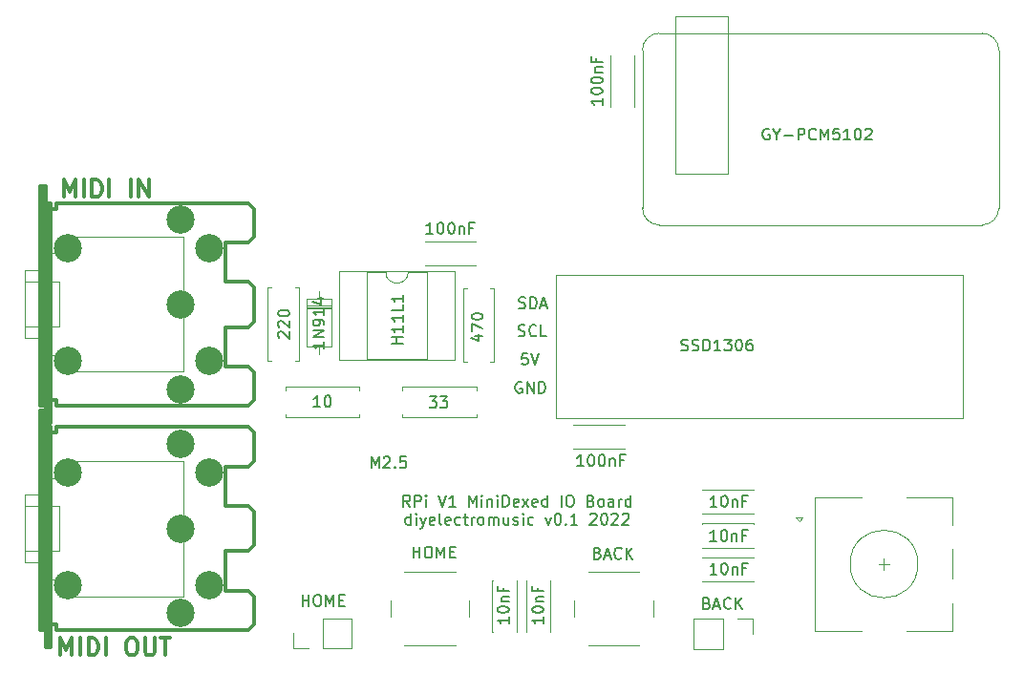
<source format=gto>
G04 #@! TF.GenerationSoftware,KiCad,Pcbnew,(6.0.5)*
G04 #@! TF.CreationDate,2022-12-20T10:26:33+00:00*
G04 #@! TF.ProjectId,RPi-V1-MiniDexed-IOBoard,5250692d-5631-42d4-9d69-6e6944657865,rev?*
G04 #@! TF.SameCoordinates,Original*
G04 #@! TF.FileFunction,Legend,Top*
G04 #@! TF.FilePolarity,Positive*
%FSLAX46Y46*%
G04 Gerber Fmt 4.6, Leading zero omitted, Abs format (unit mm)*
G04 Created by KiCad (PCBNEW (6.0.5)) date 2022-12-20 10:26:33*
%MOMM*%
%LPD*%
G01*
G04 APERTURE LIST*
%ADD10C,0.150000*%
%ADD11C,0.304800*%
%ADD12C,0.120000*%
%ADD13C,2.499360*%
G04 APERTURE END LIST*
D10*
X175810000Y-166897380D02*
X175476666Y-166421190D01*
X175238571Y-166897380D02*
X175238571Y-165897380D01*
X175619523Y-165897380D01*
X175714761Y-165945000D01*
X175762380Y-165992619D01*
X175810000Y-166087857D01*
X175810000Y-166230714D01*
X175762380Y-166325952D01*
X175714761Y-166373571D01*
X175619523Y-166421190D01*
X175238571Y-166421190D01*
X176238571Y-166897380D02*
X176238571Y-165897380D01*
X176619523Y-165897380D01*
X176714761Y-165945000D01*
X176762380Y-165992619D01*
X176810000Y-166087857D01*
X176810000Y-166230714D01*
X176762380Y-166325952D01*
X176714761Y-166373571D01*
X176619523Y-166421190D01*
X176238571Y-166421190D01*
X177238571Y-166897380D02*
X177238571Y-166230714D01*
X177238571Y-165897380D02*
X177190952Y-165945000D01*
X177238571Y-165992619D01*
X177286190Y-165945000D01*
X177238571Y-165897380D01*
X177238571Y-165992619D01*
X178333809Y-165897380D02*
X178667142Y-166897380D01*
X179000476Y-165897380D01*
X179857619Y-166897380D02*
X179286190Y-166897380D01*
X179571904Y-166897380D02*
X179571904Y-165897380D01*
X179476666Y-166040238D01*
X179381428Y-166135476D01*
X179286190Y-166183095D01*
X181048095Y-166897380D02*
X181048095Y-165897380D01*
X181381428Y-166611666D01*
X181714761Y-165897380D01*
X181714761Y-166897380D01*
X182190952Y-166897380D02*
X182190952Y-166230714D01*
X182190952Y-165897380D02*
X182143333Y-165945000D01*
X182190952Y-165992619D01*
X182238571Y-165945000D01*
X182190952Y-165897380D01*
X182190952Y-165992619D01*
X182667142Y-166230714D02*
X182667142Y-166897380D01*
X182667142Y-166325952D02*
X182714761Y-166278333D01*
X182810000Y-166230714D01*
X182952857Y-166230714D01*
X183048095Y-166278333D01*
X183095714Y-166373571D01*
X183095714Y-166897380D01*
X183571904Y-166897380D02*
X183571904Y-166230714D01*
X183571904Y-165897380D02*
X183524285Y-165945000D01*
X183571904Y-165992619D01*
X183619523Y-165945000D01*
X183571904Y-165897380D01*
X183571904Y-165992619D01*
X184048095Y-166897380D02*
X184048095Y-165897380D01*
X184286190Y-165897380D01*
X184429047Y-165945000D01*
X184524285Y-166040238D01*
X184571904Y-166135476D01*
X184619523Y-166325952D01*
X184619523Y-166468809D01*
X184571904Y-166659285D01*
X184524285Y-166754523D01*
X184429047Y-166849761D01*
X184286190Y-166897380D01*
X184048095Y-166897380D01*
X185429047Y-166849761D02*
X185333809Y-166897380D01*
X185143333Y-166897380D01*
X185048095Y-166849761D01*
X185000476Y-166754523D01*
X185000476Y-166373571D01*
X185048095Y-166278333D01*
X185143333Y-166230714D01*
X185333809Y-166230714D01*
X185429047Y-166278333D01*
X185476666Y-166373571D01*
X185476666Y-166468809D01*
X185000476Y-166564047D01*
X185810000Y-166897380D02*
X186333809Y-166230714D01*
X185810000Y-166230714D02*
X186333809Y-166897380D01*
X187095714Y-166849761D02*
X187000476Y-166897380D01*
X186810000Y-166897380D01*
X186714761Y-166849761D01*
X186667142Y-166754523D01*
X186667142Y-166373571D01*
X186714761Y-166278333D01*
X186810000Y-166230714D01*
X187000476Y-166230714D01*
X187095714Y-166278333D01*
X187143333Y-166373571D01*
X187143333Y-166468809D01*
X186667142Y-166564047D01*
X188000476Y-166897380D02*
X188000476Y-165897380D01*
X188000476Y-166849761D02*
X187905238Y-166897380D01*
X187714761Y-166897380D01*
X187619523Y-166849761D01*
X187571904Y-166802142D01*
X187524285Y-166706904D01*
X187524285Y-166421190D01*
X187571904Y-166325952D01*
X187619523Y-166278333D01*
X187714761Y-166230714D01*
X187905238Y-166230714D01*
X188000476Y-166278333D01*
X189238571Y-166897380D02*
X189238571Y-165897380D01*
X189905238Y-165897380D02*
X190095714Y-165897380D01*
X190190952Y-165945000D01*
X190286190Y-166040238D01*
X190333809Y-166230714D01*
X190333809Y-166564047D01*
X190286190Y-166754523D01*
X190190952Y-166849761D01*
X190095714Y-166897380D01*
X189905238Y-166897380D01*
X189810000Y-166849761D01*
X189714761Y-166754523D01*
X189667142Y-166564047D01*
X189667142Y-166230714D01*
X189714761Y-166040238D01*
X189810000Y-165945000D01*
X189905238Y-165897380D01*
X191857619Y-166373571D02*
X192000476Y-166421190D01*
X192048095Y-166468809D01*
X192095714Y-166564047D01*
X192095714Y-166706904D01*
X192048095Y-166802142D01*
X192000476Y-166849761D01*
X191905238Y-166897380D01*
X191524285Y-166897380D01*
X191524285Y-165897380D01*
X191857619Y-165897380D01*
X191952857Y-165945000D01*
X192000476Y-165992619D01*
X192048095Y-166087857D01*
X192048095Y-166183095D01*
X192000476Y-166278333D01*
X191952857Y-166325952D01*
X191857619Y-166373571D01*
X191524285Y-166373571D01*
X192667142Y-166897380D02*
X192571904Y-166849761D01*
X192524285Y-166802142D01*
X192476666Y-166706904D01*
X192476666Y-166421190D01*
X192524285Y-166325952D01*
X192571904Y-166278333D01*
X192667142Y-166230714D01*
X192809999Y-166230714D01*
X192905238Y-166278333D01*
X192952857Y-166325952D01*
X193000476Y-166421190D01*
X193000476Y-166706904D01*
X192952857Y-166802142D01*
X192905238Y-166849761D01*
X192809999Y-166897380D01*
X192667142Y-166897380D01*
X193857619Y-166897380D02*
X193857619Y-166373571D01*
X193809999Y-166278333D01*
X193714761Y-166230714D01*
X193524285Y-166230714D01*
X193429047Y-166278333D01*
X193857619Y-166849761D02*
X193762380Y-166897380D01*
X193524285Y-166897380D01*
X193429047Y-166849761D01*
X193381428Y-166754523D01*
X193381428Y-166659285D01*
X193429047Y-166564047D01*
X193524285Y-166516428D01*
X193762380Y-166516428D01*
X193857619Y-166468809D01*
X194333809Y-166897380D02*
X194333809Y-166230714D01*
X194333809Y-166421190D02*
X194381428Y-166325952D01*
X194429047Y-166278333D01*
X194524285Y-166230714D01*
X194619523Y-166230714D01*
X195381428Y-166897380D02*
X195381428Y-165897380D01*
X195381428Y-166849761D02*
X195286190Y-166897380D01*
X195095714Y-166897380D01*
X195000476Y-166849761D01*
X194952857Y-166802142D01*
X194905238Y-166706904D01*
X194905238Y-166421190D01*
X194952857Y-166325952D01*
X195000476Y-166278333D01*
X195095714Y-166230714D01*
X195286190Y-166230714D01*
X195381428Y-166278333D01*
X175881428Y-168507380D02*
X175881428Y-167507380D01*
X175881428Y-168459761D02*
X175786190Y-168507380D01*
X175595714Y-168507380D01*
X175500476Y-168459761D01*
X175452857Y-168412142D01*
X175405238Y-168316904D01*
X175405238Y-168031190D01*
X175452857Y-167935952D01*
X175500476Y-167888333D01*
X175595714Y-167840714D01*
X175786190Y-167840714D01*
X175881428Y-167888333D01*
X176357619Y-168507380D02*
X176357619Y-167840714D01*
X176357619Y-167507380D02*
X176310000Y-167555000D01*
X176357619Y-167602619D01*
X176405238Y-167555000D01*
X176357619Y-167507380D01*
X176357619Y-167602619D01*
X176738571Y-167840714D02*
X176976666Y-168507380D01*
X177214761Y-167840714D02*
X176976666Y-168507380D01*
X176881428Y-168745476D01*
X176833809Y-168793095D01*
X176738571Y-168840714D01*
X177976666Y-168459761D02*
X177881428Y-168507380D01*
X177690952Y-168507380D01*
X177595714Y-168459761D01*
X177548095Y-168364523D01*
X177548095Y-167983571D01*
X177595714Y-167888333D01*
X177690952Y-167840714D01*
X177881428Y-167840714D01*
X177976666Y-167888333D01*
X178024285Y-167983571D01*
X178024285Y-168078809D01*
X177548095Y-168174047D01*
X178595714Y-168507380D02*
X178500476Y-168459761D01*
X178452857Y-168364523D01*
X178452857Y-167507380D01*
X179357619Y-168459761D02*
X179262380Y-168507380D01*
X179071904Y-168507380D01*
X178976666Y-168459761D01*
X178929047Y-168364523D01*
X178929047Y-167983571D01*
X178976666Y-167888333D01*
X179071904Y-167840714D01*
X179262380Y-167840714D01*
X179357619Y-167888333D01*
X179405238Y-167983571D01*
X179405238Y-168078809D01*
X178929047Y-168174047D01*
X180262380Y-168459761D02*
X180167142Y-168507380D01*
X179976666Y-168507380D01*
X179881428Y-168459761D01*
X179833809Y-168412142D01*
X179786190Y-168316904D01*
X179786190Y-168031190D01*
X179833809Y-167935952D01*
X179881428Y-167888333D01*
X179976666Y-167840714D01*
X180167142Y-167840714D01*
X180262380Y-167888333D01*
X180548095Y-167840714D02*
X180929047Y-167840714D01*
X180690952Y-167507380D02*
X180690952Y-168364523D01*
X180738571Y-168459761D01*
X180833809Y-168507380D01*
X180929047Y-168507380D01*
X181262380Y-168507380D02*
X181262380Y-167840714D01*
X181262380Y-168031190D02*
X181310000Y-167935952D01*
X181357619Y-167888333D01*
X181452857Y-167840714D01*
X181548095Y-167840714D01*
X182024285Y-168507380D02*
X181929047Y-168459761D01*
X181881428Y-168412142D01*
X181833809Y-168316904D01*
X181833809Y-168031190D01*
X181881428Y-167935952D01*
X181929047Y-167888333D01*
X182024285Y-167840714D01*
X182167142Y-167840714D01*
X182262380Y-167888333D01*
X182310000Y-167935952D01*
X182357619Y-168031190D01*
X182357619Y-168316904D01*
X182310000Y-168412142D01*
X182262380Y-168459761D01*
X182167142Y-168507380D01*
X182024285Y-168507380D01*
X182786190Y-168507380D02*
X182786190Y-167840714D01*
X182786190Y-167935952D02*
X182833809Y-167888333D01*
X182929047Y-167840714D01*
X183071904Y-167840714D01*
X183167142Y-167888333D01*
X183214761Y-167983571D01*
X183214761Y-168507380D01*
X183214761Y-167983571D02*
X183262380Y-167888333D01*
X183357619Y-167840714D01*
X183500476Y-167840714D01*
X183595714Y-167888333D01*
X183643333Y-167983571D01*
X183643333Y-168507380D01*
X184548095Y-167840714D02*
X184548095Y-168507380D01*
X184119523Y-167840714D02*
X184119523Y-168364523D01*
X184167142Y-168459761D01*
X184262380Y-168507380D01*
X184405238Y-168507380D01*
X184500476Y-168459761D01*
X184548095Y-168412142D01*
X184976666Y-168459761D02*
X185071904Y-168507380D01*
X185262380Y-168507380D01*
X185357619Y-168459761D01*
X185405238Y-168364523D01*
X185405238Y-168316904D01*
X185357619Y-168221666D01*
X185262380Y-168174047D01*
X185119523Y-168174047D01*
X185024285Y-168126428D01*
X184976666Y-168031190D01*
X184976666Y-167983571D01*
X185024285Y-167888333D01*
X185119523Y-167840714D01*
X185262380Y-167840714D01*
X185357619Y-167888333D01*
X185833809Y-168507380D02*
X185833809Y-167840714D01*
X185833809Y-167507380D02*
X185786190Y-167555000D01*
X185833809Y-167602619D01*
X185881428Y-167555000D01*
X185833809Y-167507380D01*
X185833809Y-167602619D01*
X186738571Y-168459761D02*
X186643333Y-168507380D01*
X186452857Y-168507380D01*
X186357619Y-168459761D01*
X186310000Y-168412142D01*
X186262380Y-168316904D01*
X186262380Y-168031190D01*
X186310000Y-167935952D01*
X186357619Y-167888333D01*
X186452857Y-167840714D01*
X186643333Y-167840714D01*
X186738571Y-167888333D01*
X187833809Y-167840714D02*
X188071904Y-168507380D01*
X188310000Y-167840714D01*
X188881428Y-167507380D02*
X188976666Y-167507380D01*
X189071904Y-167555000D01*
X189119523Y-167602619D01*
X189167142Y-167697857D01*
X189214761Y-167888333D01*
X189214761Y-168126428D01*
X189167142Y-168316904D01*
X189119523Y-168412142D01*
X189071904Y-168459761D01*
X188976666Y-168507380D01*
X188881428Y-168507380D01*
X188786190Y-168459761D01*
X188738571Y-168412142D01*
X188690952Y-168316904D01*
X188643333Y-168126428D01*
X188643333Y-167888333D01*
X188690952Y-167697857D01*
X188738571Y-167602619D01*
X188786190Y-167555000D01*
X188881428Y-167507380D01*
X189643333Y-168412142D02*
X189690952Y-168459761D01*
X189643333Y-168507380D01*
X189595714Y-168459761D01*
X189643333Y-168412142D01*
X189643333Y-168507380D01*
X190643333Y-168507380D02*
X190071904Y-168507380D01*
X190357619Y-168507380D02*
X190357619Y-167507380D01*
X190262380Y-167650238D01*
X190167142Y-167745476D01*
X190071904Y-167793095D01*
X191786190Y-167602619D02*
X191833809Y-167555000D01*
X191929047Y-167507380D01*
X192167142Y-167507380D01*
X192262380Y-167555000D01*
X192310000Y-167602619D01*
X192357619Y-167697857D01*
X192357619Y-167793095D01*
X192310000Y-167935952D01*
X191738571Y-168507380D01*
X192357619Y-168507380D01*
X192976666Y-167507380D02*
X193071904Y-167507380D01*
X193167142Y-167555000D01*
X193214761Y-167602619D01*
X193262380Y-167697857D01*
X193310000Y-167888333D01*
X193310000Y-168126428D01*
X193262380Y-168316904D01*
X193214761Y-168412142D01*
X193167142Y-168459761D01*
X193071904Y-168507380D01*
X192976666Y-168507380D01*
X192881428Y-168459761D01*
X192833809Y-168412142D01*
X192786190Y-168316904D01*
X192738571Y-168126428D01*
X192738571Y-167888333D01*
X192786190Y-167697857D01*
X192833809Y-167602619D01*
X192881428Y-167555000D01*
X192976666Y-167507380D01*
X193690952Y-167602619D02*
X193738571Y-167555000D01*
X193833809Y-167507380D01*
X194071904Y-167507380D01*
X194167142Y-167555000D01*
X194214761Y-167602619D01*
X194262380Y-167697857D01*
X194262380Y-167793095D01*
X194214761Y-167935952D01*
X193643333Y-168507380D01*
X194262380Y-168507380D01*
X194643333Y-167602619D02*
X194690952Y-167555000D01*
X194786190Y-167507380D01*
X195024285Y-167507380D01*
X195119523Y-167555000D01*
X195167142Y-167602619D01*
X195214761Y-167697857D01*
X195214761Y-167793095D01*
X195167142Y-167935952D01*
X194595714Y-168507380D01*
X195214761Y-168507380D01*
X186229523Y-153302380D02*
X185753333Y-153302380D01*
X185705714Y-153778571D01*
X185753333Y-153730952D01*
X185848571Y-153683333D01*
X186086666Y-153683333D01*
X186181904Y-153730952D01*
X186229523Y-153778571D01*
X186277142Y-153873809D01*
X186277142Y-154111904D01*
X186229523Y-154207142D01*
X186181904Y-154254761D01*
X186086666Y-154302380D01*
X185848571Y-154302380D01*
X185753333Y-154254761D01*
X185705714Y-154207142D01*
X186562857Y-153302380D02*
X186896190Y-154302380D01*
X187229523Y-153302380D01*
X185475714Y-149274761D02*
X185618571Y-149322380D01*
X185856666Y-149322380D01*
X185951904Y-149274761D01*
X185999523Y-149227142D01*
X186047142Y-149131904D01*
X186047142Y-149036666D01*
X185999523Y-148941428D01*
X185951904Y-148893809D01*
X185856666Y-148846190D01*
X185666190Y-148798571D01*
X185570952Y-148750952D01*
X185523333Y-148703333D01*
X185475714Y-148608095D01*
X185475714Y-148512857D01*
X185523333Y-148417619D01*
X185570952Y-148370000D01*
X185666190Y-148322380D01*
X185904285Y-148322380D01*
X186047142Y-148370000D01*
X186475714Y-149322380D02*
X186475714Y-148322380D01*
X186713809Y-148322380D01*
X186856666Y-148370000D01*
X186951904Y-148465238D01*
X186999523Y-148560476D01*
X187047142Y-148750952D01*
X187047142Y-148893809D01*
X186999523Y-149084285D01*
X186951904Y-149179523D01*
X186856666Y-149274761D01*
X186713809Y-149322380D01*
X186475714Y-149322380D01*
X187428095Y-149036666D02*
X187904285Y-149036666D01*
X187332857Y-149322380D02*
X187666190Y-148322380D01*
X187999523Y-149322380D01*
X185429523Y-151734761D02*
X185572380Y-151782380D01*
X185810476Y-151782380D01*
X185905714Y-151734761D01*
X185953333Y-151687142D01*
X186000952Y-151591904D01*
X186000952Y-151496666D01*
X185953333Y-151401428D01*
X185905714Y-151353809D01*
X185810476Y-151306190D01*
X185620000Y-151258571D01*
X185524761Y-151210952D01*
X185477142Y-151163333D01*
X185429523Y-151068095D01*
X185429523Y-150972857D01*
X185477142Y-150877619D01*
X185524761Y-150830000D01*
X185620000Y-150782380D01*
X185858095Y-150782380D01*
X186000952Y-150830000D01*
X187000952Y-151687142D02*
X186953333Y-151734761D01*
X186810476Y-151782380D01*
X186715238Y-151782380D01*
X186572380Y-151734761D01*
X186477142Y-151639523D01*
X186429523Y-151544285D01*
X186381904Y-151353809D01*
X186381904Y-151210952D01*
X186429523Y-151020476D01*
X186477142Y-150925238D01*
X186572380Y-150830000D01*
X186715238Y-150782380D01*
X186810476Y-150782380D01*
X186953333Y-150830000D01*
X187000952Y-150877619D01*
X187905714Y-151782380D02*
X187429523Y-151782380D01*
X187429523Y-150782380D01*
X185718095Y-155870000D02*
X185622857Y-155822380D01*
X185480000Y-155822380D01*
X185337142Y-155870000D01*
X185241904Y-155965238D01*
X185194285Y-156060476D01*
X185146666Y-156250952D01*
X185146666Y-156393809D01*
X185194285Y-156584285D01*
X185241904Y-156679523D01*
X185337142Y-156774761D01*
X185480000Y-156822380D01*
X185575238Y-156822380D01*
X185718095Y-156774761D01*
X185765714Y-156727142D01*
X185765714Y-156393809D01*
X185575238Y-156393809D01*
X186194285Y-156822380D02*
X186194285Y-155822380D01*
X186765714Y-156822380D01*
X186765714Y-155822380D01*
X187241904Y-156822380D02*
X187241904Y-155822380D01*
X187480000Y-155822380D01*
X187622857Y-155870000D01*
X187718095Y-155965238D01*
X187765714Y-156060476D01*
X187813333Y-156250952D01*
X187813333Y-156393809D01*
X187765714Y-156584285D01*
X187718095Y-156679523D01*
X187622857Y-156774761D01*
X187480000Y-156822380D01*
X187241904Y-156822380D01*
X184582380Y-176701428D02*
X184582380Y-177272857D01*
X184582380Y-176987142D02*
X183582380Y-176987142D01*
X183725238Y-177082380D01*
X183820476Y-177177619D01*
X183868095Y-177272857D01*
X183582380Y-176082380D02*
X183582380Y-175987142D01*
X183630000Y-175891904D01*
X183677619Y-175844285D01*
X183772857Y-175796666D01*
X183963333Y-175749047D01*
X184201428Y-175749047D01*
X184391904Y-175796666D01*
X184487142Y-175844285D01*
X184534761Y-175891904D01*
X184582380Y-175987142D01*
X184582380Y-176082380D01*
X184534761Y-176177619D01*
X184487142Y-176225238D01*
X184391904Y-176272857D01*
X184201428Y-176320476D01*
X183963333Y-176320476D01*
X183772857Y-176272857D01*
X183677619Y-176225238D01*
X183630000Y-176177619D01*
X183582380Y-176082380D01*
X183915714Y-175320476D02*
X184582380Y-175320476D01*
X184010952Y-175320476D02*
X183963333Y-175272857D01*
X183915714Y-175177619D01*
X183915714Y-175034761D01*
X183963333Y-174939523D01*
X184058571Y-174891904D01*
X184582380Y-174891904D01*
X184058571Y-174082380D02*
X184058571Y-174415714D01*
X184582380Y-174415714D02*
X183582380Y-174415714D01*
X183582380Y-173939523D01*
X166286666Y-175722380D02*
X166286666Y-174722380D01*
X166286666Y-175198571D02*
X166858095Y-175198571D01*
X166858095Y-175722380D02*
X166858095Y-174722380D01*
X167524761Y-174722380D02*
X167715238Y-174722380D01*
X167810476Y-174770000D01*
X167905714Y-174865238D01*
X167953333Y-175055714D01*
X167953333Y-175389047D01*
X167905714Y-175579523D01*
X167810476Y-175674761D01*
X167715238Y-175722380D01*
X167524761Y-175722380D01*
X167429523Y-175674761D01*
X167334285Y-175579523D01*
X167286666Y-175389047D01*
X167286666Y-175055714D01*
X167334285Y-174865238D01*
X167429523Y-174770000D01*
X167524761Y-174722380D01*
X168381904Y-175722380D02*
X168381904Y-174722380D01*
X168715238Y-175436666D01*
X169048571Y-174722380D01*
X169048571Y-175722380D01*
X169524761Y-175198571D02*
X169858095Y-175198571D01*
X170000952Y-175722380D02*
X169524761Y-175722380D01*
X169524761Y-174722380D01*
X170000952Y-174722380D01*
X207655095Y-133414200D02*
X207559857Y-133366580D01*
X207417000Y-133366580D01*
X207274142Y-133414200D01*
X207178904Y-133509438D01*
X207131285Y-133604676D01*
X207083666Y-133795152D01*
X207083666Y-133938009D01*
X207131285Y-134128485D01*
X207178904Y-134223723D01*
X207274142Y-134318961D01*
X207417000Y-134366580D01*
X207512238Y-134366580D01*
X207655095Y-134318961D01*
X207702714Y-134271342D01*
X207702714Y-133938009D01*
X207512238Y-133938009D01*
X208321761Y-133890390D02*
X208321761Y-134366580D01*
X207988428Y-133366580D02*
X208321761Y-133890390D01*
X208655095Y-133366580D01*
X208988428Y-133985628D02*
X209750333Y-133985628D01*
X210226523Y-134366580D02*
X210226523Y-133366580D01*
X210607476Y-133366580D01*
X210702714Y-133414200D01*
X210750333Y-133461819D01*
X210797952Y-133557057D01*
X210797952Y-133699914D01*
X210750333Y-133795152D01*
X210702714Y-133842771D01*
X210607476Y-133890390D01*
X210226523Y-133890390D01*
X211797952Y-134271342D02*
X211750333Y-134318961D01*
X211607476Y-134366580D01*
X211512238Y-134366580D01*
X211369380Y-134318961D01*
X211274142Y-134223723D01*
X211226523Y-134128485D01*
X211178904Y-133938009D01*
X211178904Y-133795152D01*
X211226523Y-133604676D01*
X211274142Y-133509438D01*
X211369380Y-133414200D01*
X211512238Y-133366580D01*
X211607476Y-133366580D01*
X211750333Y-133414200D01*
X211797952Y-133461819D01*
X212226523Y-134366580D02*
X212226523Y-133366580D01*
X212559857Y-134080866D01*
X212893190Y-133366580D01*
X212893190Y-134366580D01*
X213845571Y-133366580D02*
X213369380Y-133366580D01*
X213321761Y-133842771D01*
X213369380Y-133795152D01*
X213464619Y-133747533D01*
X213702714Y-133747533D01*
X213797952Y-133795152D01*
X213845571Y-133842771D01*
X213893190Y-133938009D01*
X213893190Y-134176104D01*
X213845571Y-134271342D01*
X213797952Y-134318961D01*
X213702714Y-134366580D01*
X213464619Y-134366580D01*
X213369380Y-134318961D01*
X213321761Y-134271342D01*
X214845571Y-134366580D02*
X214274142Y-134366580D01*
X214559857Y-134366580D02*
X214559857Y-133366580D01*
X214464619Y-133509438D01*
X214369380Y-133604676D01*
X214274142Y-133652295D01*
X215464619Y-133366580D02*
X215559857Y-133366580D01*
X215655095Y-133414200D01*
X215702714Y-133461819D01*
X215750333Y-133557057D01*
X215797952Y-133747533D01*
X215797952Y-133985628D01*
X215750333Y-134176104D01*
X215702714Y-134271342D01*
X215655095Y-134318961D01*
X215559857Y-134366580D01*
X215464619Y-134366580D01*
X215369380Y-134318961D01*
X215321761Y-134271342D01*
X215274142Y-134176104D01*
X215226523Y-133985628D01*
X215226523Y-133747533D01*
X215274142Y-133557057D01*
X215321761Y-133461819D01*
X215369380Y-133414200D01*
X215464619Y-133366580D01*
X216178904Y-133461819D02*
X216226523Y-133414200D01*
X216321761Y-133366580D01*
X216559857Y-133366580D01*
X216655095Y-133414200D01*
X216702714Y-133461819D01*
X216750333Y-133557057D01*
X216750333Y-133652295D01*
X216702714Y-133795152D01*
X216131285Y-134366580D01*
X216750333Y-134366580D01*
X177549276Y-157135580D02*
X178168323Y-157135580D01*
X177834990Y-157516533D01*
X177977847Y-157516533D01*
X178073085Y-157564152D01*
X178120704Y-157611771D01*
X178168323Y-157707009D01*
X178168323Y-157945104D01*
X178120704Y-158040342D01*
X178073085Y-158087961D01*
X177977847Y-158135580D01*
X177692133Y-158135580D01*
X177596895Y-158087961D01*
X177549276Y-158040342D01*
X178501657Y-157135580D02*
X179120704Y-157135580D01*
X178787371Y-157516533D01*
X178930228Y-157516533D01*
X179025466Y-157564152D01*
X179073085Y-157611771D01*
X179120704Y-157707009D01*
X179120704Y-157945104D01*
X179073085Y-158040342D01*
X179025466Y-158087961D01*
X178930228Y-158135580D01*
X178644514Y-158135580D01*
X178549276Y-158087961D01*
X178501657Y-158040342D01*
X167855923Y-158059380D02*
X167284495Y-158059380D01*
X167570209Y-158059380D02*
X167570209Y-157059380D01*
X167474971Y-157202238D01*
X167379733Y-157297476D01*
X167284495Y-157345095D01*
X168474971Y-157059380D02*
X168570209Y-157059380D01*
X168665447Y-157107000D01*
X168713066Y-157154619D01*
X168760685Y-157249857D01*
X168808304Y-157440333D01*
X168808304Y-157678428D01*
X168760685Y-157868904D01*
X168713066Y-157964142D01*
X168665447Y-158011761D01*
X168570209Y-158059380D01*
X168474971Y-158059380D01*
X168379733Y-158011761D01*
X168332114Y-157964142D01*
X168284495Y-157868904D01*
X168236876Y-157678428D01*
X168236876Y-157440333D01*
X168284495Y-157249857D01*
X168332114Y-157154619D01*
X168379733Y-157107000D01*
X168474971Y-157059380D01*
D11*
X145181171Y-139448628D02*
X145181171Y-137924628D01*
X145689171Y-139013200D01*
X146197171Y-137924628D01*
X146197171Y-139448628D01*
X146922885Y-139448628D02*
X146922885Y-137924628D01*
X147648600Y-139448628D02*
X147648600Y-137924628D01*
X148011457Y-137924628D01*
X148229171Y-137997200D01*
X148374314Y-138142342D01*
X148446885Y-138287485D01*
X148519457Y-138577771D01*
X148519457Y-138795485D01*
X148446885Y-139085771D01*
X148374314Y-139230914D01*
X148229171Y-139376057D01*
X148011457Y-139448628D01*
X147648600Y-139448628D01*
X149172600Y-139448628D02*
X149172600Y-137924628D01*
X151059457Y-139448628D02*
X151059457Y-137924628D01*
X151785171Y-139448628D02*
X151785171Y-137924628D01*
X152656028Y-139448628D01*
X152656028Y-137924628D01*
D10*
X164215819Y-151936295D02*
X164168200Y-151888676D01*
X164120580Y-151793438D01*
X164120580Y-151555342D01*
X164168200Y-151460104D01*
X164215819Y-151412485D01*
X164311057Y-151364866D01*
X164406295Y-151364866D01*
X164549152Y-151412485D01*
X165120580Y-151983914D01*
X165120580Y-151364866D01*
X164215819Y-150983914D02*
X164168200Y-150936295D01*
X164120580Y-150841057D01*
X164120580Y-150602961D01*
X164168200Y-150507723D01*
X164215819Y-150460104D01*
X164311057Y-150412485D01*
X164406295Y-150412485D01*
X164549152Y-150460104D01*
X165120580Y-151031533D01*
X165120580Y-150412485D01*
X164120580Y-149793438D02*
X164120580Y-149698200D01*
X164168200Y-149602961D01*
X164215819Y-149555342D01*
X164311057Y-149507723D01*
X164501533Y-149460104D01*
X164739628Y-149460104D01*
X164930104Y-149507723D01*
X165025342Y-149555342D01*
X165072961Y-149602961D01*
X165120580Y-149698200D01*
X165120580Y-149793438D01*
X165072961Y-149888676D01*
X165025342Y-149936295D01*
X164930104Y-149983914D01*
X164739628Y-150031533D01*
X164501533Y-150031533D01*
X164311057Y-149983914D01*
X164215819Y-149936295D01*
X164168200Y-149888676D01*
X164120580Y-149793438D01*
X168219380Y-152288666D02*
X168219380Y-152860095D01*
X168219380Y-152574380D02*
X167219380Y-152574380D01*
X167362238Y-152669619D01*
X167457476Y-152764857D01*
X167505095Y-152860095D01*
X168219380Y-151860095D02*
X167219380Y-151860095D01*
X168219380Y-151288666D01*
X167219380Y-151288666D01*
X168219380Y-150764857D02*
X168219380Y-150574380D01*
X168171761Y-150479142D01*
X168124142Y-150431523D01*
X167981285Y-150336285D01*
X167790809Y-150288666D01*
X167409857Y-150288666D01*
X167314619Y-150336285D01*
X167267000Y-150383904D01*
X167219380Y-150479142D01*
X167219380Y-150669619D01*
X167267000Y-150764857D01*
X167314619Y-150812476D01*
X167409857Y-150860095D01*
X167647952Y-150860095D01*
X167743190Y-150812476D01*
X167790809Y-150764857D01*
X167838428Y-150669619D01*
X167838428Y-150479142D01*
X167790809Y-150383904D01*
X167743190Y-150336285D01*
X167647952Y-150288666D01*
X168219380Y-149336285D02*
X168219380Y-149907714D01*
X168219380Y-149622000D02*
X167219380Y-149622000D01*
X167362238Y-149717238D01*
X167457476Y-149812476D01*
X167505095Y-149907714D01*
X167552714Y-148479142D02*
X168219380Y-148479142D01*
X167171761Y-148717238D02*
X167886047Y-148955333D01*
X167886047Y-148336285D01*
X202988571Y-169952380D02*
X202417142Y-169952380D01*
X202702857Y-169952380D02*
X202702857Y-168952380D01*
X202607619Y-169095238D01*
X202512380Y-169190476D01*
X202417142Y-169238095D01*
X203607619Y-168952380D02*
X203702857Y-168952380D01*
X203798095Y-169000000D01*
X203845714Y-169047619D01*
X203893333Y-169142857D01*
X203940952Y-169333333D01*
X203940952Y-169571428D01*
X203893333Y-169761904D01*
X203845714Y-169857142D01*
X203798095Y-169904761D01*
X203702857Y-169952380D01*
X203607619Y-169952380D01*
X203512380Y-169904761D01*
X203464761Y-169857142D01*
X203417142Y-169761904D01*
X203369523Y-169571428D01*
X203369523Y-169333333D01*
X203417142Y-169142857D01*
X203464761Y-169047619D01*
X203512380Y-169000000D01*
X203607619Y-168952380D01*
X204369523Y-169285714D02*
X204369523Y-169952380D01*
X204369523Y-169380952D02*
X204417142Y-169333333D01*
X204512380Y-169285714D01*
X204655238Y-169285714D01*
X204750476Y-169333333D01*
X204798095Y-169428571D01*
X204798095Y-169952380D01*
X205607619Y-169428571D02*
X205274285Y-169428571D01*
X205274285Y-169952380D02*
X205274285Y-168952380D01*
X205750476Y-168952380D01*
X187642380Y-176701428D02*
X187642380Y-177272857D01*
X187642380Y-176987142D02*
X186642380Y-176987142D01*
X186785238Y-177082380D01*
X186880476Y-177177619D01*
X186928095Y-177272857D01*
X186642380Y-176082380D02*
X186642380Y-175987142D01*
X186690000Y-175891904D01*
X186737619Y-175844285D01*
X186832857Y-175796666D01*
X187023333Y-175749047D01*
X187261428Y-175749047D01*
X187451904Y-175796666D01*
X187547142Y-175844285D01*
X187594761Y-175891904D01*
X187642380Y-175987142D01*
X187642380Y-176082380D01*
X187594761Y-176177619D01*
X187547142Y-176225238D01*
X187451904Y-176272857D01*
X187261428Y-176320476D01*
X187023333Y-176320476D01*
X186832857Y-176272857D01*
X186737619Y-176225238D01*
X186690000Y-176177619D01*
X186642380Y-176082380D01*
X186975714Y-175320476D02*
X187642380Y-175320476D01*
X187070952Y-175320476D02*
X187023333Y-175272857D01*
X186975714Y-175177619D01*
X186975714Y-175034761D01*
X187023333Y-174939523D01*
X187118571Y-174891904D01*
X187642380Y-174891904D01*
X187118571Y-174082380D02*
X187118571Y-174415714D01*
X187642380Y-174415714D02*
X186642380Y-174415714D01*
X186642380Y-173939523D01*
X191202380Y-163292380D02*
X190630952Y-163292380D01*
X190916666Y-163292380D02*
X190916666Y-162292380D01*
X190821428Y-162435238D01*
X190726190Y-162530476D01*
X190630952Y-162578095D01*
X191821428Y-162292380D02*
X191916666Y-162292380D01*
X192011904Y-162340000D01*
X192059523Y-162387619D01*
X192107142Y-162482857D01*
X192154761Y-162673333D01*
X192154761Y-162911428D01*
X192107142Y-163101904D01*
X192059523Y-163197142D01*
X192011904Y-163244761D01*
X191916666Y-163292380D01*
X191821428Y-163292380D01*
X191726190Y-163244761D01*
X191678571Y-163197142D01*
X191630952Y-163101904D01*
X191583333Y-162911428D01*
X191583333Y-162673333D01*
X191630952Y-162482857D01*
X191678571Y-162387619D01*
X191726190Y-162340000D01*
X191821428Y-162292380D01*
X192773809Y-162292380D02*
X192869047Y-162292380D01*
X192964285Y-162340000D01*
X193011904Y-162387619D01*
X193059523Y-162482857D01*
X193107142Y-162673333D01*
X193107142Y-162911428D01*
X193059523Y-163101904D01*
X193011904Y-163197142D01*
X192964285Y-163244761D01*
X192869047Y-163292380D01*
X192773809Y-163292380D01*
X192678571Y-163244761D01*
X192630952Y-163197142D01*
X192583333Y-163101904D01*
X192535714Y-162911428D01*
X192535714Y-162673333D01*
X192583333Y-162482857D01*
X192630952Y-162387619D01*
X192678571Y-162340000D01*
X192773809Y-162292380D01*
X193535714Y-162625714D02*
X193535714Y-163292380D01*
X193535714Y-162720952D02*
X193583333Y-162673333D01*
X193678571Y-162625714D01*
X193821428Y-162625714D01*
X193916666Y-162673333D01*
X193964285Y-162768571D01*
X193964285Y-163292380D01*
X194773809Y-162768571D02*
X194440476Y-162768571D01*
X194440476Y-163292380D02*
X194440476Y-162292380D01*
X194916666Y-162292380D01*
X203008571Y-166922380D02*
X202437142Y-166922380D01*
X202722857Y-166922380D02*
X202722857Y-165922380D01*
X202627619Y-166065238D01*
X202532380Y-166160476D01*
X202437142Y-166208095D01*
X203627619Y-165922380D02*
X203722857Y-165922380D01*
X203818095Y-165970000D01*
X203865714Y-166017619D01*
X203913333Y-166112857D01*
X203960952Y-166303333D01*
X203960952Y-166541428D01*
X203913333Y-166731904D01*
X203865714Y-166827142D01*
X203818095Y-166874761D01*
X203722857Y-166922380D01*
X203627619Y-166922380D01*
X203532380Y-166874761D01*
X203484761Y-166827142D01*
X203437142Y-166731904D01*
X203389523Y-166541428D01*
X203389523Y-166303333D01*
X203437142Y-166112857D01*
X203484761Y-166017619D01*
X203532380Y-165970000D01*
X203627619Y-165922380D01*
X204389523Y-166255714D02*
X204389523Y-166922380D01*
X204389523Y-166350952D02*
X204437142Y-166303333D01*
X204532380Y-166255714D01*
X204675238Y-166255714D01*
X204770476Y-166303333D01*
X204818095Y-166398571D01*
X204818095Y-166922380D01*
X205627619Y-166398571D02*
X205294285Y-166398571D01*
X205294285Y-166922380D02*
X205294285Y-165922380D01*
X205770476Y-165922380D01*
X202152857Y-175458571D02*
X202295714Y-175506190D01*
X202343333Y-175553809D01*
X202390952Y-175649047D01*
X202390952Y-175791904D01*
X202343333Y-175887142D01*
X202295714Y-175934761D01*
X202200476Y-175982380D01*
X201819523Y-175982380D01*
X201819523Y-174982380D01*
X202152857Y-174982380D01*
X202248095Y-175030000D01*
X202295714Y-175077619D01*
X202343333Y-175172857D01*
X202343333Y-175268095D01*
X202295714Y-175363333D01*
X202248095Y-175410952D01*
X202152857Y-175458571D01*
X201819523Y-175458571D01*
X202771904Y-175696666D02*
X203248095Y-175696666D01*
X202676666Y-175982380D02*
X203010000Y-174982380D01*
X203343333Y-175982380D01*
X204248095Y-175887142D02*
X204200476Y-175934761D01*
X204057619Y-175982380D01*
X203962380Y-175982380D01*
X203819523Y-175934761D01*
X203724285Y-175839523D01*
X203676666Y-175744285D01*
X203629047Y-175553809D01*
X203629047Y-175410952D01*
X203676666Y-175220476D01*
X203724285Y-175125238D01*
X203819523Y-175030000D01*
X203962380Y-174982380D01*
X204057619Y-174982380D01*
X204200476Y-175030000D01*
X204248095Y-175077619D01*
X204676666Y-175982380D02*
X204676666Y-174982380D01*
X205248095Y-175982380D02*
X204819523Y-175410952D01*
X205248095Y-174982380D02*
X204676666Y-175553809D01*
X199873333Y-153024761D02*
X200016190Y-153072380D01*
X200254285Y-153072380D01*
X200349523Y-153024761D01*
X200397142Y-152977142D01*
X200444761Y-152881904D01*
X200444761Y-152786666D01*
X200397142Y-152691428D01*
X200349523Y-152643809D01*
X200254285Y-152596190D01*
X200063809Y-152548571D01*
X199968571Y-152500952D01*
X199920952Y-152453333D01*
X199873333Y-152358095D01*
X199873333Y-152262857D01*
X199920952Y-152167619D01*
X199968571Y-152120000D01*
X200063809Y-152072380D01*
X200301904Y-152072380D01*
X200444761Y-152120000D01*
X200825714Y-153024761D02*
X200968571Y-153072380D01*
X201206666Y-153072380D01*
X201301904Y-153024761D01*
X201349523Y-152977142D01*
X201397142Y-152881904D01*
X201397142Y-152786666D01*
X201349523Y-152691428D01*
X201301904Y-152643809D01*
X201206666Y-152596190D01*
X201016190Y-152548571D01*
X200920952Y-152500952D01*
X200873333Y-152453333D01*
X200825714Y-152358095D01*
X200825714Y-152262857D01*
X200873333Y-152167619D01*
X200920952Y-152120000D01*
X201016190Y-152072380D01*
X201254285Y-152072380D01*
X201397142Y-152120000D01*
X201825714Y-153072380D02*
X201825714Y-152072380D01*
X202063809Y-152072380D01*
X202206666Y-152120000D01*
X202301904Y-152215238D01*
X202349523Y-152310476D01*
X202397142Y-152500952D01*
X202397142Y-152643809D01*
X202349523Y-152834285D01*
X202301904Y-152929523D01*
X202206666Y-153024761D01*
X202063809Y-153072380D01*
X201825714Y-153072380D01*
X203349523Y-153072380D02*
X202778095Y-153072380D01*
X203063809Y-153072380D02*
X203063809Y-152072380D01*
X202968571Y-152215238D01*
X202873333Y-152310476D01*
X202778095Y-152358095D01*
X203682857Y-152072380D02*
X204301904Y-152072380D01*
X203968571Y-152453333D01*
X204111428Y-152453333D01*
X204206666Y-152500952D01*
X204254285Y-152548571D01*
X204301904Y-152643809D01*
X204301904Y-152881904D01*
X204254285Y-152977142D01*
X204206666Y-153024761D01*
X204111428Y-153072380D01*
X203825714Y-153072380D01*
X203730476Y-153024761D01*
X203682857Y-152977142D01*
X204920952Y-152072380D02*
X205016190Y-152072380D01*
X205111428Y-152120000D01*
X205159047Y-152167619D01*
X205206666Y-152262857D01*
X205254285Y-152453333D01*
X205254285Y-152691428D01*
X205206666Y-152881904D01*
X205159047Y-152977142D01*
X205111428Y-153024761D01*
X205016190Y-153072380D01*
X204920952Y-153072380D01*
X204825714Y-153024761D01*
X204778095Y-152977142D01*
X204730476Y-152881904D01*
X204682857Y-152691428D01*
X204682857Y-152453333D01*
X204730476Y-152262857D01*
X204778095Y-152167619D01*
X204825714Y-152120000D01*
X204920952Y-152072380D01*
X206111428Y-152072380D02*
X205920952Y-152072380D01*
X205825714Y-152120000D01*
X205778095Y-152167619D01*
X205682857Y-152310476D01*
X205635238Y-152500952D01*
X205635238Y-152881904D01*
X205682857Y-152977142D01*
X205730476Y-153024761D01*
X205825714Y-153072380D01*
X206016190Y-153072380D01*
X206111428Y-153024761D01*
X206159047Y-152977142D01*
X206206666Y-152881904D01*
X206206666Y-152643809D01*
X206159047Y-152548571D01*
X206111428Y-152500952D01*
X206016190Y-152453333D01*
X205825714Y-152453333D01*
X205730476Y-152500952D01*
X205682857Y-152548571D01*
X205635238Y-152643809D01*
X181598914Y-151739504D02*
X182265580Y-151739504D01*
X181217961Y-151977600D02*
X181932247Y-152215695D01*
X181932247Y-151596647D01*
X181265580Y-151310933D02*
X181265580Y-150644266D01*
X182265580Y-151072838D01*
X181265580Y-150072838D02*
X181265580Y-149977600D01*
X181313200Y-149882361D01*
X181360819Y-149834742D01*
X181456057Y-149787123D01*
X181646533Y-149739504D01*
X181884628Y-149739504D01*
X182075104Y-149787123D01*
X182170342Y-149834742D01*
X182217961Y-149882361D01*
X182265580Y-149977600D01*
X182265580Y-150072838D01*
X182217961Y-150168076D01*
X182170342Y-150215695D01*
X182075104Y-150263314D01*
X181884628Y-150310933D01*
X181646533Y-150310933D01*
X181456057Y-150263314D01*
X181360819Y-150215695D01*
X181313200Y-150168076D01*
X181265580Y-150072838D01*
D11*
X144850971Y-180080428D02*
X144850971Y-178556428D01*
X145358971Y-179645000D01*
X145866971Y-178556428D01*
X145866971Y-180080428D01*
X146592685Y-180080428D02*
X146592685Y-178556428D01*
X147318400Y-180080428D02*
X147318400Y-178556428D01*
X147681257Y-178556428D01*
X147898971Y-178629000D01*
X148044114Y-178774142D01*
X148116685Y-178919285D01*
X148189257Y-179209571D01*
X148189257Y-179427285D01*
X148116685Y-179717571D01*
X148044114Y-179862714D01*
X147898971Y-180007857D01*
X147681257Y-180080428D01*
X147318400Y-180080428D01*
X148842400Y-180080428D02*
X148842400Y-178556428D01*
X151019542Y-178556428D02*
X151309828Y-178556428D01*
X151454971Y-178629000D01*
X151600114Y-178774142D01*
X151672685Y-179064428D01*
X151672685Y-179572428D01*
X151600114Y-179862714D01*
X151454971Y-180007857D01*
X151309828Y-180080428D01*
X151019542Y-180080428D01*
X150874400Y-180007857D01*
X150729257Y-179862714D01*
X150656685Y-179572428D01*
X150656685Y-179064428D01*
X150729257Y-178774142D01*
X150874400Y-178629000D01*
X151019542Y-178556428D01*
X152325828Y-178556428D02*
X152325828Y-179790142D01*
X152398400Y-179935285D01*
X152470971Y-180007857D01*
X152616114Y-180080428D01*
X152906400Y-180080428D01*
X153051542Y-180007857D01*
X153124114Y-179935285D01*
X153196685Y-179790142D01*
X153196685Y-178556428D01*
X153704685Y-178556428D02*
X154575542Y-178556428D01*
X154140114Y-180080428D02*
X154140114Y-178556428D01*
D10*
X192462857Y-171018571D02*
X192605714Y-171066190D01*
X192653333Y-171113809D01*
X192700952Y-171209047D01*
X192700952Y-171351904D01*
X192653333Y-171447142D01*
X192605714Y-171494761D01*
X192510476Y-171542380D01*
X192129523Y-171542380D01*
X192129523Y-170542380D01*
X192462857Y-170542380D01*
X192558095Y-170590000D01*
X192605714Y-170637619D01*
X192653333Y-170732857D01*
X192653333Y-170828095D01*
X192605714Y-170923333D01*
X192558095Y-170970952D01*
X192462857Y-171018571D01*
X192129523Y-171018571D01*
X193081904Y-171256666D02*
X193558095Y-171256666D01*
X192986666Y-171542380D02*
X193320000Y-170542380D01*
X193653333Y-171542380D01*
X194558095Y-171447142D02*
X194510476Y-171494761D01*
X194367619Y-171542380D01*
X194272380Y-171542380D01*
X194129523Y-171494761D01*
X194034285Y-171399523D01*
X193986666Y-171304285D01*
X193939047Y-171113809D01*
X193939047Y-170970952D01*
X193986666Y-170780476D01*
X194034285Y-170685238D01*
X194129523Y-170590000D01*
X194272380Y-170542380D01*
X194367619Y-170542380D01*
X194510476Y-170590000D01*
X194558095Y-170637619D01*
X194986666Y-171542380D02*
X194986666Y-170542380D01*
X195558095Y-171542380D02*
X195129523Y-170970952D01*
X195558095Y-170542380D02*
X194986666Y-171113809D01*
X177852380Y-142692380D02*
X177280952Y-142692380D01*
X177566666Y-142692380D02*
X177566666Y-141692380D01*
X177471428Y-141835238D01*
X177376190Y-141930476D01*
X177280952Y-141978095D01*
X178471428Y-141692380D02*
X178566666Y-141692380D01*
X178661904Y-141740000D01*
X178709523Y-141787619D01*
X178757142Y-141882857D01*
X178804761Y-142073333D01*
X178804761Y-142311428D01*
X178757142Y-142501904D01*
X178709523Y-142597142D01*
X178661904Y-142644761D01*
X178566666Y-142692380D01*
X178471428Y-142692380D01*
X178376190Y-142644761D01*
X178328571Y-142597142D01*
X178280952Y-142501904D01*
X178233333Y-142311428D01*
X178233333Y-142073333D01*
X178280952Y-141882857D01*
X178328571Y-141787619D01*
X178376190Y-141740000D01*
X178471428Y-141692380D01*
X179423809Y-141692380D02*
X179519047Y-141692380D01*
X179614285Y-141740000D01*
X179661904Y-141787619D01*
X179709523Y-141882857D01*
X179757142Y-142073333D01*
X179757142Y-142311428D01*
X179709523Y-142501904D01*
X179661904Y-142597142D01*
X179614285Y-142644761D01*
X179519047Y-142692380D01*
X179423809Y-142692380D01*
X179328571Y-142644761D01*
X179280952Y-142597142D01*
X179233333Y-142501904D01*
X179185714Y-142311428D01*
X179185714Y-142073333D01*
X179233333Y-141882857D01*
X179280952Y-141787619D01*
X179328571Y-141740000D01*
X179423809Y-141692380D01*
X180185714Y-142025714D02*
X180185714Y-142692380D01*
X180185714Y-142120952D02*
X180233333Y-142073333D01*
X180328571Y-142025714D01*
X180471428Y-142025714D01*
X180566666Y-142073333D01*
X180614285Y-142168571D01*
X180614285Y-142692380D01*
X181423809Y-142168571D02*
X181090476Y-142168571D01*
X181090476Y-142692380D02*
X181090476Y-141692380D01*
X181566666Y-141692380D01*
X175178980Y-152436247D02*
X174178980Y-152436247D01*
X174655171Y-152436247D02*
X174655171Y-151864819D01*
X175178980Y-151864819D02*
X174178980Y-151864819D01*
X175178980Y-150864819D02*
X175178980Y-151436247D01*
X175178980Y-151150533D02*
X174178980Y-151150533D01*
X174321838Y-151245771D01*
X174417076Y-151341009D01*
X174464695Y-151436247D01*
X175178980Y-149912438D02*
X175178980Y-150483866D01*
X175178980Y-150198152D02*
X174178980Y-150198152D01*
X174321838Y-150293390D01*
X174417076Y-150388628D01*
X174464695Y-150483866D01*
X175178980Y-149007676D02*
X175178980Y-149483866D01*
X174178980Y-149483866D01*
X175178980Y-148150533D02*
X175178980Y-148721961D01*
X175178980Y-148436247D02*
X174178980Y-148436247D01*
X174321838Y-148531485D01*
X174417076Y-148626723D01*
X174464695Y-148721961D01*
X176116666Y-171452380D02*
X176116666Y-170452380D01*
X176116666Y-170928571D02*
X176688095Y-170928571D01*
X176688095Y-171452380D02*
X176688095Y-170452380D01*
X177354761Y-170452380D02*
X177545238Y-170452380D01*
X177640476Y-170500000D01*
X177735714Y-170595238D01*
X177783333Y-170785714D01*
X177783333Y-171119047D01*
X177735714Y-171309523D01*
X177640476Y-171404761D01*
X177545238Y-171452380D01*
X177354761Y-171452380D01*
X177259523Y-171404761D01*
X177164285Y-171309523D01*
X177116666Y-171119047D01*
X177116666Y-170785714D01*
X177164285Y-170595238D01*
X177259523Y-170500000D01*
X177354761Y-170452380D01*
X178211904Y-171452380D02*
X178211904Y-170452380D01*
X178545238Y-171166666D01*
X178878571Y-170452380D01*
X178878571Y-171452380D01*
X179354761Y-170928571D02*
X179688095Y-170928571D01*
X179830952Y-171452380D02*
X179354761Y-171452380D01*
X179354761Y-170452380D01*
X179830952Y-170452380D01*
X192867180Y-130692019D02*
X192867180Y-131263447D01*
X192867180Y-130977733D02*
X191867180Y-130977733D01*
X192010038Y-131072971D01*
X192105276Y-131168209D01*
X192152895Y-131263447D01*
X191867180Y-130072971D02*
X191867180Y-129977733D01*
X191914800Y-129882495D01*
X191962419Y-129834876D01*
X192057657Y-129787257D01*
X192248133Y-129739638D01*
X192486228Y-129739638D01*
X192676704Y-129787257D01*
X192771942Y-129834876D01*
X192819561Y-129882495D01*
X192867180Y-129977733D01*
X192867180Y-130072971D01*
X192819561Y-130168209D01*
X192771942Y-130215828D01*
X192676704Y-130263447D01*
X192486228Y-130311066D01*
X192248133Y-130311066D01*
X192057657Y-130263447D01*
X191962419Y-130215828D01*
X191914800Y-130168209D01*
X191867180Y-130072971D01*
X191867180Y-129120590D02*
X191867180Y-129025352D01*
X191914800Y-128930114D01*
X191962419Y-128882495D01*
X192057657Y-128834876D01*
X192248133Y-128787257D01*
X192486228Y-128787257D01*
X192676704Y-128834876D01*
X192771942Y-128882495D01*
X192819561Y-128930114D01*
X192867180Y-129025352D01*
X192867180Y-129120590D01*
X192819561Y-129215828D01*
X192771942Y-129263447D01*
X192676704Y-129311066D01*
X192486228Y-129358685D01*
X192248133Y-129358685D01*
X192057657Y-129311066D01*
X191962419Y-129263447D01*
X191914800Y-129215828D01*
X191867180Y-129120590D01*
X192200514Y-128358685D02*
X192867180Y-128358685D01*
X192295752Y-128358685D02*
X192248133Y-128311066D01*
X192200514Y-128215828D01*
X192200514Y-128072971D01*
X192248133Y-127977733D01*
X192343371Y-127930114D01*
X192867180Y-127930114D01*
X192343371Y-127120590D02*
X192343371Y-127453923D01*
X192867180Y-127453923D02*
X191867180Y-127453923D01*
X191867180Y-126977733D01*
X172389990Y-163469580D02*
X172389990Y-162469580D01*
X172723323Y-163183866D01*
X173056657Y-162469580D01*
X173056657Y-163469580D01*
X173485228Y-162564819D02*
X173532847Y-162517200D01*
X173628085Y-162469580D01*
X173866180Y-162469580D01*
X173961419Y-162517200D01*
X174009038Y-162564819D01*
X174056657Y-162660057D01*
X174056657Y-162755295D01*
X174009038Y-162898152D01*
X173437609Y-163469580D01*
X174056657Y-163469580D01*
X174485228Y-163374342D02*
X174532847Y-163421961D01*
X174485228Y-163469580D01*
X174437609Y-163421961D01*
X174485228Y-163374342D01*
X174485228Y-163469580D01*
X175437609Y-162469580D02*
X174961419Y-162469580D01*
X174913800Y-162945771D01*
X174961419Y-162898152D01*
X175056657Y-162850533D01*
X175294752Y-162850533D01*
X175389990Y-162898152D01*
X175437609Y-162945771D01*
X175485228Y-163041009D01*
X175485228Y-163279104D01*
X175437609Y-163374342D01*
X175389990Y-163421961D01*
X175294752Y-163469580D01*
X175056657Y-163469580D01*
X174961419Y-163421961D01*
X174913800Y-163374342D01*
X203008571Y-172902380D02*
X202437142Y-172902380D01*
X202722857Y-172902380D02*
X202722857Y-171902380D01*
X202627619Y-172045238D01*
X202532380Y-172140476D01*
X202437142Y-172188095D01*
X203627619Y-171902380D02*
X203722857Y-171902380D01*
X203818095Y-171950000D01*
X203865714Y-171997619D01*
X203913333Y-172092857D01*
X203960952Y-172283333D01*
X203960952Y-172521428D01*
X203913333Y-172711904D01*
X203865714Y-172807142D01*
X203818095Y-172854761D01*
X203722857Y-172902380D01*
X203627619Y-172902380D01*
X203532380Y-172854761D01*
X203484761Y-172807142D01*
X203437142Y-172711904D01*
X203389523Y-172521428D01*
X203389523Y-172283333D01*
X203437142Y-172092857D01*
X203484761Y-171997619D01*
X203532380Y-171950000D01*
X203627619Y-171902380D01*
X204389523Y-172235714D02*
X204389523Y-172902380D01*
X204389523Y-172330952D02*
X204437142Y-172283333D01*
X204532380Y-172235714D01*
X204675238Y-172235714D01*
X204770476Y-172283333D01*
X204818095Y-172378571D01*
X204818095Y-172902380D01*
X205627619Y-172378571D02*
X205294285Y-172378571D01*
X205294285Y-172902380D02*
X205294285Y-171902380D01*
X205770476Y-171902380D01*
D12*
X183120000Y-177980000D02*
X183135000Y-177980000D01*
X185245000Y-177980000D02*
X185260000Y-177980000D01*
X185245000Y-173440000D02*
X185260000Y-173440000D01*
X183120000Y-177980000D02*
X183120000Y-173440000D01*
X185260000Y-177980000D02*
X185260000Y-173440000D01*
X183120000Y-173440000D02*
X183135000Y-173440000D01*
X166785000Y-179450000D02*
X165455000Y-179450000D01*
X165455000Y-179450000D02*
X165455000Y-178120000D01*
X168055000Y-176790000D02*
X170655000Y-176790000D01*
X168055000Y-179450000D02*
X170655000Y-179450000D01*
X170655000Y-179450000D02*
X170655000Y-176790000D01*
X168055000Y-179450000D02*
X168055000Y-176790000D01*
X228017000Y-140414200D02*
X228017000Y-126414200D01*
X226517000Y-124914200D02*
X197917000Y-124914200D01*
X204017000Y-123414200D02*
X204017000Y-137414200D01*
X204017000Y-137414200D02*
X199317000Y-137414200D01*
X199317000Y-123414200D02*
X204017000Y-123414200D01*
X197917000Y-141914200D02*
X226517000Y-141914200D01*
X199317000Y-137414200D02*
X199317000Y-123414200D01*
X196417000Y-126414200D02*
X196417000Y-140414200D01*
X228017000Y-126414200D02*
G75*
G03*
X226517000Y-124914200I-1500001J-1D01*
G01*
X196417000Y-140414200D02*
G75*
G03*
X197917000Y-141914200I1500000J0D01*
G01*
X197917000Y-124914200D02*
G75*
G03*
X196417000Y-126414200I0J-1500000D01*
G01*
X226517000Y-141914200D02*
G75*
G03*
X228017000Y-140414200I-1J1500001D01*
G01*
X143500000Y-144430000D02*
X144700000Y-144430000D01*
X144700000Y-146930000D02*
X141700000Y-146930000D01*
X141700000Y-151930000D02*
X141700000Y-145930000D01*
X143500000Y-151930000D02*
X141700000Y-151930000D01*
X144700000Y-144430000D02*
X144700000Y-142930000D01*
X144700000Y-150930000D02*
X144700000Y-146930000D01*
X155700000Y-142930000D02*
X155700000Y-154930000D01*
X141700000Y-150930000D02*
X144700000Y-150930000D01*
X143500000Y-153430000D02*
X143500000Y-151930000D01*
X141700000Y-145930000D02*
X143500000Y-145930000D01*
X155700000Y-154930000D02*
X144700000Y-154930000D01*
X144700000Y-154930000D02*
X144700000Y-153430000D01*
X144700000Y-142930000D02*
X155700000Y-142930000D01*
X144700000Y-153430000D02*
X143500000Y-153430000D01*
X143500000Y-145930000D02*
X143500000Y-144430000D01*
X175165000Y-156592400D02*
X175165000Y-156262400D01*
X181705000Y-156262400D02*
X181705000Y-156592400D01*
X175165000Y-158672400D02*
X175165000Y-159002400D01*
X175165000Y-156262400D02*
X181705000Y-156262400D01*
X175165000Y-159002400D02*
X181705000Y-159002400D01*
X181705000Y-159002400D02*
X181705000Y-158672400D01*
X164801800Y-156592400D02*
X164801800Y-156262400D01*
X164801800Y-159002400D02*
X171341800Y-159002400D01*
X171341800Y-156262400D02*
X171341800Y-156592400D01*
X164801800Y-156262400D02*
X171341800Y-156262400D01*
X171341800Y-159002400D02*
X171341800Y-158672400D01*
X164801800Y-158672400D02*
X164801800Y-159002400D01*
X217830000Y-171490000D02*
X217830000Y-172490000D01*
X210630000Y-167890000D02*
X210330000Y-168190000D01*
X223930000Y-170690000D02*
X223930000Y-173290000D01*
X219830000Y-166090000D02*
X223930000Y-166090000D01*
X223930000Y-166090000D02*
X223930000Y-168490000D01*
X223930000Y-177890000D02*
X219830000Y-177890000D01*
X215830000Y-166090000D02*
X211730000Y-166090000D01*
X211730000Y-166090000D02*
X211730000Y-177890000D01*
X223930000Y-175490000D02*
X223930000Y-177890000D01*
X215830000Y-177890000D02*
X211730000Y-177890000D01*
X210030000Y-167890000D02*
X210630000Y-167890000D01*
X210330000Y-168190000D02*
X210030000Y-167890000D01*
X217330000Y-171990000D02*
X218330000Y-171990000D01*
X220830000Y-171990000D02*
G75*
G03*
X220830000Y-171990000I-3000000J0D01*
G01*
D11*
X161999600Y-157468840D02*
X161999600Y-155469860D01*
X161999600Y-140471160D02*
X161999600Y-142970520D01*
X144499000Y-157969220D02*
X144499000Y-157468840D01*
X161999600Y-155469860D02*
X161999600Y-154969480D01*
X143249320Y-138469640D02*
X143249320Y-157969220D01*
X144001160Y-159470360D02*
X143500780Y-159470360D01*
X161999600Y-150471140D02*
X161499220Y-150968980D01*
X161499220Y-143470900D02*
X159500240Y-143470900D01*
X143500780Y-157969220D02*
X143000400Y-157969220D01*
X161999600Y-142970520D02*
X161499220Y-143470900D01*
X161999600Y-147468860D02*
X161999600Y-150471140D01*
X159500240Y-154469100D02*
X159500240Y-150968980D01*
X144001160Y-157468840D02*
X144499000Y-157468840D01*
X143500780Y-159470360D02*
X143500780Y-157969220D01*
X143000400Y-157969220D02*
X143000400Y-138469640D01*
X144499000Y-139970780D02*
X144499000Y-140471160D01*
X161499220Y-154469100D02*
X159500240Y-154469100D01*
X161999600Y-154969480D02*
X161499220Y-154469100D01*
X143500780Y-157969220D02*
X143500780Y-139970780D01*
X161499220Y-157969220D02*
X144499000Y-157969220D01*
X161499220Y-139970780D02*
X144499000Y-139970780D01*
X143500780Y-139970780D02*
X144001160Y-139970780D01*
X143749700Y-139970780D02*
X143749700Y-159470360D01*
X143000400Y-138469640D02*
X143500780Y-138469640D01*
X161999600Y-147468860D02*
X161499220Y-146971020D01*
X161499220Y-139970780D02*
X161999600Y-140471160D01*
X161499220Y-157969220D02*
X161999600Y-157468840D01*
X144001160Y-139970780D02*
X144001160Y-159470360D01*
X161499220Y-150968980D02*
X159500240Y-150968980D01*
X144499000Y-140471160D02*
X144001160Y-140471160D01*
X159500240Y-143470900D02*
X159500240Y-146971020D01*
X161499220Y-146971020D02*
X159500240Y-146971020D01*
X143500780Y-138469640D02*
X143500780Y-139970780D01*
D12*
X165962000Y-153993600D02*
X165962000Y-147453600D01*
X163222000Y-153993600D02*
X163222000Y-147453600D01*
X163552000Y-153993600D02*
X163222000Y-153993600D01*
X165962000Y-147453600D02*
X165632000Y-147453600D01*
X163222000Y-147453600D02*
X163552000Y-147453600D01*
X165632000Y-153993600D02*
X165962000Y-153993600D01*
X168887000Y-149316600D02*
X166647000Y-149316600D01*
X166647000Y-152716600D02*
X168887000Y-152716600D01*
X168887000Y-152716600D02*
X168887000Y-148476600D01*
X166647000Y-148476600D02*
X166647000Y-152716600D01*
X168887000Y-149196600D02*
X166647000Y-149196600D01*
X168887000Y-148476600D02*
X166647000Y-148476600D01*
X167767000Y-153366600D02*
X167767000Y-152716600D01*
X168887000Y-149076600D02*
X166647000Y-149076600D01*
X167767000Y-147826600D02*
X167767000Y-148476600D01*
X206270000Y-170540000D02*
X206270000Y-170525000D01*
X206270000Y-168415000D02*
X206270000Y-168400000D01*
X206270000Y-170540000D02*
X201730000Y-170540000D01*
X201730000Y-170540000D02*
X201730000Y-170525000D01*
X201730000Y-168415000D02*
X201730000Y-168400000D01*
X206270000Y-168400000D02*
X201730000Y-168400000D01*
X186140000Y-177980000D02*
X186140000Y-173440000D01*
X188265000Y-177980000D02*
X188280000Y-177980000D01*
X186140000Y-173440000D02*
X186155000Y-173440000D01*
X188280000Y-177980000D02*
X188280000Y-173440000D01*
X186140000Y-177980000D02*
X186155000Y-177980000D01*
X188265000Y-173440000D02*
X188280000Y-173440000D01*
X194840000Y-161800000D02*
X194840000Y-161785000D01*
X194840000Y-161800000D02*
X190300000Y-161800000D01*
X190300000Y-159675000D02*
X190300000Y-159660000D01*
X190300000Y-161800000D02*
X190300000Y-161785000D01*
X194840000Y-159675000D02*
X194840000Y-159660000D01*
X194840000Y-159660000D02*
X190300000Y-159660000D01*
X206270000Y-165400000D02*
X201730000Y-165400000D01*
X201730000Y-165415000D02*
X201730000Y-165400000D01*
X206270000Y-167540000D02*
X206270000Y-167525000D01*
X201730000Y-167540000D02*
X201730000Y-167525000D01*
X206270000Y-167540000D02*
X201730000Y-167540000D01*
X206270000Y-165415000D02*
X206270000Y-165400000D01*
X144700000Y-162850000D02*
X155700000Y-162850000D01*
X141700000Y-170850000D02*
X144700000Y-170850000D01*
X141700000Y-165850000D02*
X143500000Y-165850000D01*
X155700000Y-162850000D02*
X155700000Y-174850000D01*
X144700000Y-173350000D02*
X143500000Y-173350000D01*
X143500000Y-164350000D02*
X144700000Y-164350000D01*
X144700000Y-170850000D02*
X144700000Y-166850000D01*
X141700000Y-171850000D02*
X141700000Y-165850000D01*
X144700000Y-164350000D02*
X144700000Y-162850000D01*
X155700000Y-174850000D02*
X144700000Y-174850000D01*
X143500000Y-173350000D02*
X143500000Y-171850000D01*
X143500000Y-171850000D02*
X141700000Y-171850000D01*
X144700000Y-166850000D02*
X141700000Y-166850000D01*
X144700000Y-174850000D02*
X144700000Y-173350000D01*
X143500000Y-165850000D02*
X143500000Y-164350000D01*
X204855000Y-176860000D02*
X206185000Y-176860000D01*
X203585000Y-176860000D02*
X200985000Y-176860000D01*
X206185000Y-176860000D02*
X206185000Y-178190000D01*
X203585000Y-179520000D02*
X200985000Y-179520000D01*
X203585000Y-176860000D02*
X203585000Y-179520000D01*
X200985000Y-176860000D02*
X200985000Y-179520000D01*
X188770000Y-159030000D02*
X188770000Y-146330000D01*
X224838000Y-159030000D02*
X188770000Y-159030000D01*
X224838000Y-159030000D02*
X224838000Y-146330000D01*
X188770000Y-146330000D02*
X224838000Y-146330000D01*
X180519400Y-154044400D02*
X180849400Y-154044400D01*
X182929400Y-147504400D02*
X183259400Y-147504400D01*
X183259400Y-147504400D02*
X183259400Y-154044400D01*
X180849400Y-147504400D02*
X180519400Y-147504400D01*
X183259400Y-154044400D02*
X182929400Y-154044400D01*
X180519400Y-147504400D02*
X180519400Y-154044400D01*
D11*
X144499000Y-159850780D02*
X144499000Y-160351160D01*
X161999600Y-162850520D02*
X161499220Y-163350900D01*
X161499220Y-163350900D02*
X159500240Y-163350900D01*
X161999600Y-170351140D02*
X161499220Y-170848980D01*
X161499220Y-177849220D02*
X144499000Y-177849220D01*
X161999600Y-160351160D02*
X161999600Y-162850520D01*
X161499220Y-159850780D02*
X144499000Y-159850780D01*
X161499220Y-170848980D02*
X159500240Y-170848980D01*
X144499000Y-177849220D02*
X144499000Y-177348840D01*
X161999600Y-177348840D02*
X161999600Y-175349860D01*
X161999600Y-167348860D02*
X161499220Y-166851020D01*
X159500240Y-163350900D02*
X159500240Y-166851020D01*
X161999600Y-167348860D02*
X161999600Y-170351140D01*
X161499220Y-166851020D02*
X159500240Y-166851020D01*
X143749700Y-159850780D02*
X143749700Y-179350360D01*
X144001160Y-177348840D02*
X144499000Y-177348840D01*
X161499220Y-159850780D02*
X161999600Y-160351160D01*
X159500240Y-174349100D02*
X159500240Y-170848980D01*
X161499220Y-174349100D02*
X159500240Y-174349100D01*
X143500780Y-177849220D02*
X143000400Y-177849220D01*
X161499220Y-177849220D02*
X161999600Y-177348840D01*
X144001160Y-179350360D02*
X143500780Y-179350360D01*
X143000400Y-177849220D02*
X143000400Y-158349640D01*
X144499000Y-160351160D02*
X144001160Y-160351160D01*
X143249320Y-158349640D02*
X143249320Y-177849220D01*
X143500780Y-158349640D02*
X143500780Y-159850780D01*
X161999600Y-174849480D02*
X161499220Y-174349100D01*
X143000400Y-158349640D02*
X143500780Y-158349640D01*
X143500780Y-159850780D02*
X144001160Y-159850780D01*
X161999600Y-175349860D02*
X161999600Y-174849480D01*
X144001160Y-159850780D02*
X144001160Y-179350360D01*
X143500780Y-179350360D02*
X143500780Y-177849220D01*
X143500780Y-177849220D02*
X143500780Y-159850780D01*
D12*
X197400000Y-176700000D02*
X197400000Y-175200000D01*
X191650000Y-179200000D02*
X196150000Y-179200000D01*
X196150000Y-172700000D02*
X191650000Y-172700000D01*
X190400000Y-175200000D02*
X190400000Y-176700000D01*
X177130000Y-145510000D02*
X177130000Y-145495000D01*
X181670000Y-143370000D02*
X177130000Y-143370000D01*
X181670000Y-143385000D02*
X181670000Y-143370000D01*
X177130000Y-143385000D02*
X177130000Y-143370000D01*
X181670000Y-145510000D02*
X177130000Y-145510000D01*
X181670000Y-145510000D02*
X181670000Y-145495000D01*
X169520400Y-153881600D02*
X179800400Y-153881600D01*
X179800400Y-146021600D02*
X169520400Y-146021600D01*
X173660400Y-146081600D02*
X172010400Y-146081600D01*
X179800400Y-153881600D02*
X179800400Y-146021600D01*
X169520400Y-146021600D02*
X169520400Y-153881600D01*
X172010400Y-153821600D02*
X177310400Y-153821600D01*
X172010400Y-146081600D02*
X172010400Y-153821600D01*
X177310400Y-146081600D02*
X175660400Y-146081600D01*
X177310400Y-153821600D02*
X177310400Y-146081600D01*
X173660400Y-146081600D02*
G75*
G03*
X175660400Y-146081600I1000000J0D01*
G01*
X181080000Y-176700000D02*
X181080000Y-175200000D01*
X179830000Y-172700000D02*
X175330000Y-172700000D01*
X175330000Y-179200000D02*
X179830000Y-179200000D01*
X174080000Y-175200000D02*
X174080000Y-176700000D01*
X195684800Y-126874400D02*
X195684800Y-131414400D01*
X193559800Y-131414400D02*
X193544800Y-131414400D01*
X193559800Y-126874400D02*
X193544800Y-126874400D01*
X195684800Y-131414400D02*
X195669800Y-131414400D01*
X195684800Y-126874400D02*
X195669800Y-126874400D01*
X193544800Y-126874400D02*
X193544800Y-131414400D01*
X201730000Y-173540000D02*
X201730000Y-173525000D01*
X206270000Y-171400000D02*
X201730000Y-171400000D01*
X206270000Y-173540000D02*
X206270000Y-173525000D01*
X206270000Y-173540000D02*
X201730000Y-173540000D01*
X201730000Y-171415000D02*
X201730000Y-171400000D01*
X206270000Y-171415000D02*
X206270000Y-171400000D01*
D13*
X145502300Y-153971260D03*
X145502300Y-143968740D03*
X155497200Y-156468080D03*
X155499740Y-148970000D03*
X155497200Y-141471920D03*
X157999100Y-153966180D03*
X157999100Y-143973820D03*
X145502300Y-163848740D03*
X145502300Y-173851260D03*
X155497200Y-176348080D03*
X155499740Y-168850000D03*
X155497200Y-161351920D03*
X157999100Y-173846180D03*
X157999100Y-163853820D03*
M02*

</source>
